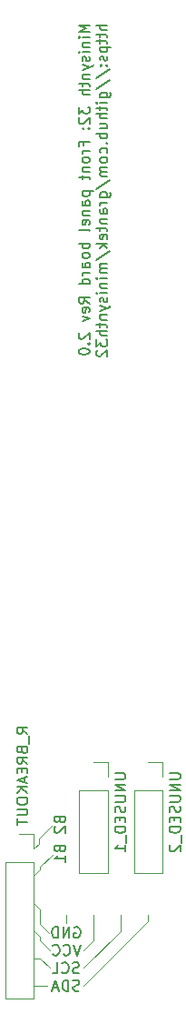
<source format=gbo>
%TF.GenerationSoftware,KiCad,Pcbnew,5.99.0+really5.1.10+dfsg1-1*%
%TF.CreationDate,2021-08-22T14:43:38+10:00*%
%TF.ProjectId,minisynth32,6d696e69-7379-46e7-9468-33322e6b6963,1.1-2.0*%
%TF.SameCoordinates,Original*%
%TF.FileFunction,Legend,Bot*%
%TF.FilePolarity,Positive*%
%FSLAX46Y46*%
G04 Gerber Fmt 4.6, Leading zero omitted, Abs format (unit mm)*
G04 Created by KiCad (PCBNEW 5.99.0+really5.1.10+dfsg1-1) date 2021-08-22 14:43:38*
%MOMM*%
%LPD*%
G01*
G04 APERTURE LIST*
%ADD10C,0.120000*%
%ADD11C,0.150000*%
%ADD12O,1.700000X1.700000*%
%ADD13R,1.700000X1.700000*%
%ADD14C,1.700000*%
%ADD15C,3.200000*%
G04 APERTURE END LIST*
D10*
X116000000Y-128400000D02*
X116000000Y-127635000D01*
X113411000Y-121031000D02*
X113030000Y-121412000D01*
X113411000Y-120523000D02*
X113411000Y-121031000D01*
X114681000Y-119253000D02*
X113411000Y-120523000D01*
X113538000Y-123190000D02*
X114681000Y-122047000D01*
X113538000Y-123444000D02*
X113538000Y-123190000D01*
X113030000Y-123952000D02*
X113538000Y-123444000D01*
X113030000Y-126619000D02*
X113538000Y-127127000D01*
X113538000Y-128524000D02*
X113538000Y-127127000D01*
X113538000Y-129667000D02*
X113538000Y-130048000D01*
X113030000Y-129159000D02*
X113538000Y-129667000D01*
X113538000Y-131699000D02*
X113030000Y-131699000D01*
X123571000Y-128270000D02*
X123571000Y-127635000D01*
X117602000Y-134239000D02*
X123571000Y-128270000D01*
X121031000Y-129159000D02*
X121031000Y-127635000D01*
X117602000Y-132588000D02*
X121031000Y-129159000D01*
X118491000Y-130048000D02*
X118491000Y-127635000D01*
X117602000Y-130937000D02*
X118491000Y-130048000D01*
D11*
X118127380Y-44835595D02*
X117127380Y-44835595D01*
X117841666Y-45168928D01*
X117127380Y-45502261D01*
X118127380Y-45502261D01*
X118127380Y-45978452D02*
X117460714Y-45978452D01*
X117127380Y-45978452D02*
X117175000Y-45930833D01*
X117222619Y-45978452D01*
X117175000Y-46026071D01*
X117127380Y-45978452D01*
X117222619Y-45978452D01*
X117460714Y-46454642D02*
X118127380Y-46454642D01*
X117555952Y-46454642D02*
X117508333Y-46502261D01*
X117460714Y-46597500D01*
X117460714Y-46740357D01*
X117508333Y-46835595D01*
X117603571Y-46883214D01*
X118127380Y-46883214D01*
X118127380Y-47359404D02*
X117460714Y-47359404D01*
X117127380Y-47359404D02*
X117175000Y-47311785D01*
X117222619Y-47359404D01*
X117175000Y-47407023D01*
X117127380Y-47359404D01*
X117222619Y-47359404D01*
X118079761Y-47787976D02*
X118127380Y-47883214D01*
X118127380Y-48073690D01*
X118079761Y-48168928D01*
X117984523Y-48216547D01*
X117936904Y-48216547D01*
X117841666Y-48168928D01*
X117794047Y-48073690D01*
X117794047Y-47930833D01*
X117746428Y-47835595D01*
X117651190Y-47787976D01*
X117603571Y-47787976D01*
X117508333Y-47835595D01*
X117460714Y-47930833D01*
X117460714Y-48073690D01*
X117508333Y-48168928D01*
X117460714Y-48549880D02*
X118127380Y-48787976D01*
X117460714Y-49026071D02*
X118127380Y-48787976D01*
X118365476Y-48692738D01*
X118413095Y-48645119D01*
X118460714Y-48549880D01*
X117460714Y-49407023D02*
X118127380Y-49407023D01*
X117555952Y-49407023D02*
X117508333Y-49454642D01*
X117460714Y-49549880D01*
X117460714Y-49692738D01*
X117508333Y-49787976D01*
X117603571Y-49835595D01*
X118127380Y-49835595D01*
X117460714Y-50168928D02*
X117460714Y-50549880D01*
X117127380Y-50311785D02*
X117984523Y-50311785D01*
X118079761Y-50359404D01*
X118127380Y-50454642D01*
X118127380Y-50549880D01*
X118127380Y-50883214D02*
X117127380Y-50883214D01*
X118127380Y-51311785D02*
X117603571Y-51311785D01*
X117508333Y-51264166D01*
X117460714Y-51168928D01*
X117460714Y-51026071D01*
X117508333Y-50930833D01*
X117555952Y-50883214D01*
X117127380Y-52454642D02*
X117127380Y-53073690D01*
X117508333Y-52740357D01*
X117508333Y-52883214D01*
X117555952Y-52978452D01*
X117603571Y-53026071D01*
X117698809Y-53073690D01*
X117936904Y-53073690D01*
X118032142Y-53026071D01*
X118079761Y-52978452D01*
X118127380Y-52883214D01*
X118127380Y-52597500D01*
X118079761Y-52502261D01*
X118032142Y-52454642D01*
X117222619Y-53454642D02*
X117175000Y-53502261D01*
X117127380Y-53597500D01*
X117127380Y-53835595D01*
X117175000Y-53930833D01*
X117222619Y-53978452D01*
X117317857Y-54026071D01*
X117413095Y-54026071D01*
X117555952Y-53978452D01*
X118127380Y-53407023D01*
X118127380Y-54026071D01*
X118032142Y-54454642D02*
X118079761Y-54502261D01*
X118127380Y-54454642D01*
X118079761Y-54407023D01*
X118032142Y-54454642D01*
X118127380Y-54454642D01*
X117508333Y-54454642D02*
X117555952Y-54502261D01*
X117603571Y-54454642D01*
X117555952Y-54407023D01*
X117508333Y-54454642D01*
X117603571Y-54454642D01*
X117603571Y-56026071D02*
X117603571Y-55692738D01*
X118127380Y-55692738D02*
X117127380Y-55692738D01*
X117127380Y-56168928D01*
X118127380Y-56549880D02*
X117460714Y-56549880D01*
X117651190Y-56549880D02*
X117555952Y-56597500D01*
X117508333Y-56645119D01*
X117460714Y-56740357D01*
X117460714Y-56835595D01*
X118127380Y-57311785D02*
X118079761Y-57216547D01*
X118032142Y-57168928D01*
X117936904Y-57121309D01*
X117651190Y-57121309D01*
X117555952Y-57168928D01*
X117508333Y-57216547D01*
X117460714Y-57311785D01*
X117460714Y-57454642D01*
X117508333Y-57549880D01*
X117555952Y-57597500D01*
X117651190Y-57645119D01*
X117936904Y-57645119D01*
X118032142Y-57597500D01*
X118079761Y-57549880D01*
X118127380Y-57454642D01*
X118127380Y-57311785D01*
X117460714Y-58073690D02*
X118127380Y-58073690D01*
X117555952Y-58073690D02*
X117508333Y-58121309D01*
X117460714Y-58216547D01*
X117460714Y-58359404D01*
X117508333Y-58454642D01*
X117603571Y-58502261D01*
X118127380Y-58502261D01*
X117460714Y-58835595D02*
X117460714Y-59216547D01*
X117127380Y-58978452D02*
X117984523Y-58978452D01*
X118079761Y-59026071D01*
X118127380Y-59121309D01*
X118127380Y-59216547D01*
X117460714Y-60311785D02*
X118460714Y-60311785D01*
X117508333Y-60311785D02*
X117460714Y-60407023D01*
X117460714Y-60597499D01*
X117508333Y-60692738D01*
X117555952Y-60740357D01*
X117651190Y-60787976D01*
X117936904Y-60787976D01*
X118032142Y-60740357D01*
X118079761Y-60692738D01*
X118127380Y-60597499D01*
X118127380Y-60407023D01*
X118079761Y-60311785D01*
X118127380Y-61645119D02*
X117603571Y-61645119D01*
X117508333Y-61597499D01*
X117460714Y-61502261D01*
X117460714Y-61311785D01*
X117508333Y-61216547D01*
X118079761Y-61645119D02*
X118127380Y-61549880D01*
X118127380Y-61311785D01*
X118079761Y-61216547D01*
X117984523Y-61168928D01*
X117889285Y-61168928D01*
X117794047Y-61216547D01*
X117746428Y-61311785D01*
X117746428Y-61549880D01*
X117698809Y-61645119D01*
X117460714Y-62121309D02*
X118127380Y-62121309D01*
X117555952Y-62121309D02*
X117508333Y-62168928D01*
X117460714Y-62264166D01*
X117460714Y-62407023D01*
X117508333Y-62502261D01*
X117603571Y-62549880D01*
X118127380Y-62549880D01*
X118079761Y-63407023D02*
X118127380Y-63311785D01*
X118127380Y-63121309D01*
X118079761Y-63026071D01*
X117984523Y-62978452D01*
X117603571Y-62978452D01*
X117508333Y-63026071D01*
X117460714Y-63121309D01*
X117460714Y-63311785D01*
X117508333Y-63407023D01*
X117603571Y-63454642D01*
X117698809Y-63454642D01*
X117794047Y-62978452D01*
X118127380Y-64026071D02*
X118079761Y-63930833D01*
X117984523Y-63883214D01*
X117127380Y-63883214D01*
X118127380Y-65168928D02*
X117127380Y-65168928D01*
X117508333Y-65168928D02*
X117460714Y-65264166D01*
X117460714Y-65454642D01*
X117508333Y-65549880D01*
X117555952Y-65597499D01*
X117651190Y-65645119D01*
X117936904Y-65645119D01*
X118032142Y-65597499D01*
X118079761Y-65549880D01*
X118127380Y-65454642D01*
X118127380Y-65264166D01*
X118079761Y-65168928D01*
X118127380Y-66216547D02*
X118079761Y-66121309D01*
X118032142Y-66073690D01*
X117936904Y-66026071D01*
X117651190Y-66026071D01*
X117555952Y-66073690D01*
X117508333Y-66121309D01*
X117460714Y-66216547D01*
X117460714Y-66359404D01*
X117508333Y-66454642D01*
X117555952Y-66502261D01*
X117651190Y-66549880D01*
X117936904Y-66549880D01*
X118032142Y-66502261D01*
X118079761Y-66454642D01*
X118127380Y-66359404D01*
X118127380Y-66216547D01*
X118127380Y-67407023D02*
X117603571Y-67407023D01*
X117508333Y-67359404D01*
X117460714Y-67264166D01*
X117460714Y-67073690D01*
X117508333Y-66978452D01*
X118079761Y-67407023D02*
X118127380Y-67311785D01*
X118127380Y-67073690D01*
X118079761Y-66978452D01*
X117984523Y-66930833D01*
X117889285Y-66930833D01*
X117794047Y-66978452D01*
X117746428Y-67073690D01*
X117746428Y-67311785D01*
X117698809Y-67407023D01*
X118127380Y-67883214D02*
X117460714Y-67883214D01*
X117651190Y-67883214D02*
X117555952Y-67930833D01*
X117508333Y-67978452D01*
X117460714Y-68073690D01*
X117460714Y-68168928D01*
X118127380Y-68930833D02*
X117127380Y-68930833D01*
X118079761Y-68930833D02*
X118127380Y-68835595D01*
X118127380Y-68645119D01*
X118079761Y-68549880D01*
X118032142Y-68502261D01*
X117936904Y-68454642D01*
X117651190Y-68454642D01*
X117555952Y-68502261D01*
X117508333Y-68549880D01*
X117460714Y-68645119D01*
X117460714Y-68835595D01*
X117508333Y-68930833D01*
X118127380Y-70740357D02*
X117651190Y-70407023D01*
X118127380Y-70168928D02*
X117127380Y-70168928D01*
X117127380Y-70549880D01*
X117175000Y-70645119D01*
X117222619Y-70692738D01*
X117317857Y-70740357D01*
X117460714Y-70740357D01*
X117555952Y-70692738D01*
X117603571Y-70645119D01*
X117651190Y-70549880D01*
X117651190Y-70168928D01*
X118079761Y-71549880D02*
X118127380Y-71454642D01*
X118127380Y-71264166D01*
X118079761Y-71168928D01*
X117984523Y-71121309D01*
X117603571Y-71121309D01*
X117508333Y-71168928D01*
X117460714Y-71264166D01*
X117460714Y-71454642D01*
X117508333Y-71549880D01*
X117603571Y-71597499D01*
X117698809Y-71597499D01*
X117794047Y-71121309D01*
X117460714Y-71930833D02*
X118127380Y-72168928D01*
X117460714Y-72407023D01*
X117222619Y-73502261D02*
X117175000Y-73549880D01*
X117127380Y-73645119D01*
X117127380Y-73883214D01*
X117175000Y-73978452D01*
X117222619Y-74026071D01*
X117317857Y-74073690D01*
X117413095Y-74073690D01*
X117555952Y-74026071D01*
X118127380Y-73454642D01*
X118127380Y-74073690D01*
X118032142Y-74502261D02*
X118079761Y-74549880D01*
X118127380Y-74502261D01*
X118079761Y-74454642D01*
X118032142Y-74502261D01*
X118127380Y-74502261D01*
X117127380Y-75168928D02*
X117127380Y-75264166D01*
X117175000Y-75359404D01*
X117222619Y-75407023D01*
X117317857Y-75454642D01*
X117508333Y-75502261D01*
X117746428Y-75502261D01*
X117936904Y-75454642D01*
X118032142Y-75407023D01*
X118079761Y-75359404D01*
X118127380Y-75264166D01*
X118127380Y-75168928D01*
X118079761Y-75073690D01*
X118032142Y-75026071D01*
X117936904Y-74978452D01*
X117746428Y-74930833D01*
X117508333Y-74930833D01*
X117317857Y-74978452D01*
X117222619Y-75026071D01*
X117175000Y-75073690D01*
X117127380Y-75168928D01*
X119777380Y-44835595D02*
X118777380Y-44835595D01*
X119777380Y-45264166D02*
X119253571Y-45264166D01*
X119158333Y-45216547D01*
X119110714Y-45121309D01*
X119110714Y-44978452D01*
X119158333Y-44883214D01*
X119205952Y-44835595D01*
X119110714Y-45597500D02*
X119110714Y-45978452D01*
X118777380Y-45740357D02*
X119634523Y-45740357D01*
X119729761Y-45787976D01*
X119777380Y-45883214D01*
X119777380Y-45978452D01*
X119110714Y-46168928D02*
X119110714Y-46549880D01*
X118777380Y-46311785D02*
X119634523Y-46311785D01*
X119729761Y-46359404D01*
X119777380Y-46454642D01*
X119777380Y-46549880D01*
X119110714Y-46883214D02*
X120110714Y-46883214D01*
X119158333Y-46883214D02*
X119110714Y-46978452D01*
X119110714Y-47168928D01*
X119158333Y-47264166D01*
X119205952Y-47311785D01*
X119301190Y-47359404D01*
X119586904Y-47359404D01*
X119682142Y-47311785D01*
X119729761Y-47264166D01*
X119777380Y-47168928D01*
X119777380Y-46978452D01*
X119729761Y-46883214D01*
X119729761Y-47740357D02*
X119777380Y-47835595D01*
X119777380Y-48026071D01*
X119729761Y-48121309D01*
X119634523Y-48168928D01*
X119586904Y-48168928D01*
X119491666Y-48121309D01*
X119444047Y-48026071D01*
X119444047Y-47883214D01*
X119396428Y-47787976D01*
X119301190Y-47740357D01*
X119253571Y-47740357D01*
X119158333Y-47787976D01*
X119110714Y-47883214D01*
X119110714Y-48026071D01*
X119158333Y-48121309D01*
X119682142Y-48597500D02*
X119729761Y-48645119D01*
X119777380Y-48597500D01*
X119729761Y-48549880D01*
X119682142Y-48597500D01*
X119777380Y-48597500D01*
X119158333Y-48597500D02*
X119205952Y-48645119D01*
X119253571Y-48597500D01*
X119205952Y-48549880D01*
X119158333Y-48597500D01*
X119253571Y-48597500D01*
X118729761Y-49787976D02*
X120015476Y-48930833D01*
X118729761Y-50835595D02*
X120015476Y-49978452D01*
X119110714Y-51597500D02*
X119920238Y-51597500D01*
X120015476Y-51549880D01*
X120063095Y-51502261D01*
X120110714Y-51407023D01*
X120110714Y-51264166D01*
X120063095Y-51168928D01*
X119729761Y-51597500D02*
X119777380Y-51502261D01*
X119777380Y-51311785D01*
X119729761Y-51216547D01*
X119682142Y-51168928D01*
X119586904Y-51121309D01*
X119301190Y-51121309D01*
X119205952Y-51168928D01*
X119158333Y-51216547D01*
X119110714Y-51311785D01*
X119110714Y-51502261D01*
X119158333Y-51597500D01*
X119777380Y-52073690D02*
X119110714Y-52073690D01*
X118777380Y-52073690D02*
X118825000Y-52026071D01*
X118872619Y-52073690D01*
X118825000Y-52121309D01*
X118777380Y-52073690D01*
X118872619Y-52073690D01*
X119110714Y-52407023D02*
X119110714Y-52787976D01*
X118777380Y-52549880D02*
X119634523Y-52549880D01*
X119729761Y-52597500D01*
X119777380Y-52692738D01*
X119777380Y-52787976D01*
X119777380Y-53121309D02*
X118777380Y-53121309D01*
X119777380Y-53549880D02*
X119253571Y-53549880D01*
X119158333Y-53502261D01*
X119110714Y-53407023D01*
X119110714Y-53264166D01*
X119158333Y-53168928D01*
X119205952Y-53121309D01*
X119110714Y-54454642D02*
X119777380Y-54454642D01*
X119110714Y-54026071D02*
X119634523Y-54026071D01*
X119729761Y-54073690D01*
X119777380Y-54168928D01*
X119777380Y-54311785D01*
X119729761Y-54407023D01*
X119682142Y-54454642D01*
X119777380Y-54930833D02*
X118777380Y-54930833D01*
X119158333Y-54930833D02*
X119110714Y-55026071D01*
X119110714Y-55216547D01*
X119158333Y-55311785D01*
X119205952Y-55359404D01*
X119301190Y-55407023D01*
X119586904Y-55407023D01*
X119682142Y-55359404D01*
X119729761Y-55311785D01*
X119777380Y-55216547D01*
X119777380Y-55026071D01*
X119729761Y-54930833D01*
X119682142Y-55835595D02*
X119729761Y-55883214D01*
X119777380Y-55835595D01*
X119729761Y-55787976D01*
X119682142Y-55835595D01*
X119777380Y-55835595D01*
X119729761Y-56740357D02*
X119777380Y-56645119D01*
X119777380Y-56454642D01*
X119729761Y-56359404D01*
X119682142Y-56311785D01*
X119586904Y-56264166D01*
X119301190Y-56264166D01*
X119205952Y-56311785D01*
X119158333Y-56359404D01*
X119110714Y-56454642D01*
X119110714Y-56645119D01*
X119158333Y-56740357D01*
X119777380Y-57311785D02*
X119729761Y-57216547D01*
X119682142Y-57168928D01*
X119586904Y-57121309D01*
X119301190Y-57121309D01*
X119205952Y-57168928D01*
X119158333Y-57216547D01*
X119110714Y-57311785D01*
X119110714Y-57454642D01*
X119158333Y-57549880D01*
X119205952Y-57597500D01*
X119301190Y-57645119D01*
X119586904Y-57645119D01*
X119682142Y-57597500D01*
X119729761Y-57549880D01*
X119777380Y-57454642D01*
X119777380Y-57311785D01*
X119777380Y-58073690D02*
X119110714Y-58073690D01*
X119205952Y-58073690D02*
X119158333Y-58121309D01*
X119110714Y-58216547D01*
X119110714Y-58359404D01*
X119158333Y-58454642D01*
X119253571Y-58502261D01*
X119777380Y-58502261D01*
X119253571Y-58502261D02*
X119158333Y-58549880D01*
X119110714Y-58645119D01*
X119110714Y-58787976D01*
X119158333Y-58883214D01*
X119253571Y-58930833D01*
X119777380Y-58930833D01*
X118729761Y-60121309D02*
X120015476Y-59264166D01*
X119110714Y-60883214D02*
X119920238Y-60883214D01*
X120015476Y-60835595D01*
X120063095Y-60787976D01*
X120110714Y-60692738D01*
X120110714Y-60549880D01*
X120063095Y-60454642D01*
X119729761Y-60883214D02*
X119777380Y-60787976D01*
X119777380Y-60597500D01*
X119729761Y-60502261D01*
X119682142Y-60454642D01*
X119586904Y-60407023D01*
X119301190Y-60407023D01*
X119205952Y-60454642D01*
X119158333Y-60502261D01*
X119110714Y-60597500D01*
X119110714Y-60787976D01*
X119158333Y-60883214D01*
X119777380Y-61359404D02*
X119110714Y-61359404D01*
X119301190Y-61359404D02*
X119205952Y-61407023D01*
X119158333Y-61454642D01*
X119110714Y-61549880D01*
X119110714Y-61645119D01*
X119777380Y-62407023D02*
X119253571Y-62407023D01*
X119158333Y-62359404D01*
X119110714Y-62264166D01*
X119110714Y-62073690D01*
X119158333Y-61978452D01*
X119729761Y-62407023D02*
X119777380Y-62311785D01*
X119777380Y-62073690D01*
X119729761Y-61978452D01*
X119634523Y-61930833D01*
X119539285Y-61930833D01*
X119444047Y-61978452D01*
X119396428Y-62073690D01*
X119396428Y-62311785D01*
X119348809Y-62407023D01*
X119110714Y-62883214D02*
X119777380Y-62883214D01*
X119205952Y-62883214D02*
X119158333Y-62930833D01*
X119110714Y-63026071D01*
X119110714Y-63168928D01*
X119158333Y-63264166D01*
X119253571Y-63311785D01*
X119777380Y-63311785D01*
X119110714Y-63645119D02*
X119110714Y-64026071D01*
X118777380Y-63787976D02*
X119634523Y-63787976D01*
X119729761Y-63835595D01*
X119777380Y-63930833D01*
X119777380Y-64026071D01*
X119729761Y-64740357D02*
X119777380Y-64645119D01*
X119777380Y-64454642D01*
X119729761Y-64359404D01*
X119634523Y-64311785D01*
X119253571Y-64311785D01*
X119158333Y-64359404D01*
X119110714Y-64454642D01*
X119110714Y-64645119D01*
X119158333Y-64740357D01*
X119253571Y-64787976D01*
X119348809Y-64787976D01*
X119444047Y-64311785D01*
X119777380Y-65216547D02*
X118777380Y-65216547D01*
X119396428Y-65311785D02*
X119777380Y-65597500D01*
X119110714Y-65597500D02*
X119491666Y-65216547D01*
X118729761Y-66740357D02*
X120015476Y-65883214D01*
X119777380Y-67073690D02*
X119110714Y-67073690D01*
X119205952Y-67073690D02*
X119158333Y-67121309D01*
X119110714Y-67216547D01*
X119110714Y-67359404D01*
X119158333Y-67454642D01*
X119253571Y-67502261D01*
X119777380Y-67502261D01*
X119253571Y-67502261D02*
X119158333Y-67549880D01*
X119110714Y-67645119D01*
X119110714Y-67787976D01*
X119158333Y-67883214D01*
X119253571Y-67930833D01*
X119777380Y-67930833D01*
X119777380Y-68407023D02*
X119110714Y-68407023D01*
X118777380Y-68407023D02*
X118825000Y-68359404D01*
X118872619Y-68407023D01*
X118825000Y-68454642D01*
X118777380Y-68407023D01*
X118872619Y-68407023D01*
X119110714Y-68883214D02*
X119777380Y-68883214D01*
X119205952Y-68883214D02*
X119158333Y-68930833D01*
X119110714Y-69026071D01*
X119110714Y-69168928D01*
X119158333Y-69264166D01*
X119253571Y-69311785D01*
X119777380Y-69311785D01*
X119777380Y-69787976D02*
X119110714Y-69787976D01*
X118777380Y-69787976D02*
X118825000Y-69740357D01*
X118872619Y-69787976D01*
X118825000Y-69835595D01*
X118777380Y-69787976D01*
X118872619Y-69787976D01*
X119729761Y-70216547D02*
X119777380Y-70311785D01*
X119777380Y-70502261D01*
X119729761Y-70597500D01*
X119634523Y-70645119D01*
X119586904Y-70645119D01*
X119491666Y-70597500D01*
X119444047Y-70502261D01*
X119444047Y-70359404D01*
X119396428Y-70264166D01*
X119301190Y-70216547D01*
X119253571Y-70216547D01*
X119158333Y-70264166D01*
X119110714Y-70359404D01*
X119110714Y-70502261D01*
X119158333Y-70597500D01*
X119110714Y-70978452D02*
X119777380Y-71216547D01*
X119110714Y-71454642D02*
X119777380Y-71216547D01*
X120015476Y-71121309D01*
X120063095Y-71073690D01*
X120110714Y-70978452D01*
X119110714Y-71835595D02*
X119777380Y-71835595D01*
X119205952Y-71835595D02*
X119158333Y-71883214D01*
X119110714Y-71978452D01*
X119110714Y-72121309D01*
X119158333Y-72216547D01*
X119253571Y-72264166D01*
X119777380Y-72264166D01*
X119110714Y-72597500D02*
X119110714Y-72978452D01*
X118777380Y-72740357D02*
X119634523Y-72740357D01*
X119729761Y-72787976D01*
X119777380Y-72883214D01*
X119777380Y-72978452D01*
X119777380Y-73311785D02*
X118777380Y-73311785D01*
X119777380Y-73740357D02*
X119253571Y-73740357D01*
X119158333Y-73692738D01*
X119110714Y-73597500D01*
X119110714Y-73454642D01*
X119158333Y-73359404D01*
X119205952Y-73311785D01*
X118777380Y-74121309D02*
X118777380Y-74740357D01*
X119158333Y-74407023D01*
X119158333Y-74549880D01*
X119205952Y-74645119D01*
X119253571Y-74692738D01*
X119348809Y-74740357D01*
X119586904Y-74740357D01*
X119682142Y-74692738D01*
X119729761Y-74645119D01*
X119777380Y-74549880D01*
X119777380Y-74264166D01*
X119729761Y-74168928D01*
X119682142Y-74121309D01*
X118872619Y-75121309D02*
X118825000Y-75168928D01*
X118777380Y-75264166D01*
X118777380Y-75502261D01*
X118825000Y-75597500D01*
X118872619Y-75645119D01*
X118967857Y-75692738D01*
X119063095Y-75692738D01*
X119205952Y-75645119D01*
X119777380Y-75073690D01*
X119777380Y-75692738D01*
D10*
X114378000Y-129350000D02*
X113538000Y-128524000D01*
X114427000Y-130937000D02*
X113538000Y-130048000D01*
X114427000Y-132588000D02*
X113538000Y-131699000D01*
X114173000Y-134239000D02*
X112903000Y-134239000D01*
D11*
X116712904Y-128851000D02*
X116808142Y-128803380D01*
X116951000Y-128803380D01*
X117093857Y-128851000D01*
X117189095Y-128946238D01*
X117236714Y-129041476D01*
X117284333Y-129231952D01*
X117284333Y-129374809D01*
X117236714Y-129565285D01*
X117189095Y-129660523D01*
X117093857Y-129755761D01*
X116951000Y-129803380D01*
X116855761Y-129803380D01*
X116712904Y-129755761D01*
X116665285Y-129708142D01*
X116665285Y-129374809D01*
X116855761Y-129374809D01*
X116236714Y-129803380D02*
X116236714Y-128803380D01*
X115665285Y-129803380D01*
X115665285Y-128803380D01*
X115189095Y-129803380D02*
X115189095Y-128803380D01*
X114951000Y-128803380D01*
X114808142Y-128851000D01*
X114712904Y-128946238D01*
X114665285Y-129041476D01*
X114617666Y-129231952D01*
X114617666Y-129374809D01*
X114665285Y-129565285D01*
X114712904Y-129660523D01*
X114808142Y-129755761D01*
X114951000Y-129803380D01*
X115189095Y-129803380D01*
X117284333Y-130453380D02*
X116951000Y-131453380D01*
X116617666Y-130453380D01*
X115712904Y-131358142D02*
X115760523Y-131405761D01*
X115903380Y-131453380D01*
X115998619Y-131453380D01*
X116141476Y-131405761D01*
X116236714Y-131310523D01*
X116284333Y-131215285D01*
X116331952Y-131024809D01*
X116331952Y-130881952D01*
X116284333Y-130691476D01*
X116236714Y-130596238D01*
X116141476Y-130501000D01*
X115998619Y-130453380D01*
X115903380Y-130453380D01*
X115760523Y-130501000D01*
X115712904Y-130548619D01*
X114712904Y-131358142D02*
X114760523Y-131405761D01*
X114903380Y-131453380D01*
X114998619Y-131453380D01*
X115141476Y-131405761D01*
X115236714Y-131310523D01*
X115284333Y-131215285D01*
X115331952Y-131024809D01*
X115331952Y-130881952D01*
X115284333Y-130691476D01*
X115236714Y-130596238D01*
X115141476Y-130501000D01*
X114998619Y-130453380D01*
X114903380Y-130453380D01*
X114760523Y-130501000D01*
X114712904Y-130548619D01*
X117141476Y-133055761D02*
X116998619Y-133103380D01*
X116760523Y-133103380D01*
X116665285Y-133055761D01*
X116617666Y-133008142D01*
X116570047Y-132912904D01*
X116570047Y-132817666D01*
X116617666Y-132722428D01*
X116665285Y-132674809D01*
X116760523Y-132627190D01*
X116951000Y-132579571D01*
X117046238Y-132531952D01*
X117093857Y-132484333D01*
X117141476Y-132389095D01*
X117141476Y-132293857D01*
X117093857Y-132198619D01*
X117046238Y-132151000D01*
X116951000Y-132103380D01*
X116712904Y-132103380D01*
X116570047Y-132151000D01*
X115570047Y-133008142D02*
X115617666Y-133055761D01*
X115760523Y-133103380D01*
X115855761Y-133103380D01*
X115998619Y-133055761D01*
X116093857Y-132960523D01*
X116141476Y-132865285D01*
X116189095Y-132674809D01*
X116189095Y-132531952D01*
X116141476Y-132341476D01*
X116093857Y-132246238D01*
X115998619Y-132151000D01*
X115855761Y-132103380D01*
X115760523Y-132103380D01*
X115617666Y-132151000D01*
X115570047Y-132198619D01*
X114665285Y-133103380D02*
X115141476Y-133103380D01*
X115141476Y-132103380D01*
X117165285Y-134705761D02*
X117022428Y-134753380D01*
X116784333Y-134753380D01*
X116689095Y-134705761D01*
X116641476Y-134658142D01*
X116593857Y-134562904D01*
X116593857Y-134467666D01*
X116641476Y-134372428D01*
X116689095Y-134324809D01*
X116784333Y-134277190D01*
X116974809Y-134229571D01*
X117070047Y-134181952D01*
X117117666Y-134134333D01*
X117165285Y-134039095D01*
X117165285Y-133943857D01*
X117117666Y-133848619D01*
X117070047Y-133801000D01*
X116974809Y-133753380D01*
X116736714Y-133753380D01*
X116593857Y-133801000D01*
X116165285Y-134753380D02*
X116165285Y-133753380D01*
X115927190Y-133753380D01*
X115784333Y-133801000D01*
X115689095Y-133896238D01*
X115641476Y-133991476D01*
X115593857Y-134181952D01*
X115593857Y-134324809D01*
X115641476Y-134515285D01*
X115689095Y-134610523D01*
X115784333Y-134705761D01*
X115927190Y-134753380D01*
X116165285Y-134753380D01*
X115212904Y-134467666D02*
X114736714Y-134467666D01*
X115308142Y-134753380D02*
X114974809Y-133753380D01*
X114641476Y-134753380D01*
X115328571Y-118838095D02*
X115376190Y-118980952D01*
X115423809Y-119028571D01*
X115519047Y-119076190D01*
X115661904Y-119076190D01*
X115757142Y-119028571D01*
X115804761Y-118980952D01*
X115852380Y-118885714D01*
X115852380Y-118504761D01*
X114852380Y-118504761D01*
X114852380Y-118838095D01*
X114900000Y-118933333D01*
X114947619Y-118980952D01*
X115042857Y-119028571D01*
X115138095Y-119028571D01*
X115233333Y-118980952D01*
X115280952Y-118933333D01*
X115328571Y-118838095D01*
X115328571Y-118504761D01*
X114947619Y-119457142D02*
X114900000Y-119504761D01*
X114852380Y-119600000D01*
X114852380Y-119838095D01*
X114900000Y-119933333D01*
X114947619Y-119980952D01*
X115042857Y-120028571D01*
X115138095Y-120028571D01*
X115280952Y-119980952D01*
X115852380Y-119409523D01*
X115852380Y-120028571D01*
X115328571Y-121552380D02*
X115376190Y-121695238D01*
X115423809Y-121742857D01*
X115519047Y-121790476D01*
X115661904Y-121790476D01*
X115757142Y-121742857D01*
X115804761Y-121695238D01*
X115852380Y-121600000D01*
X115852380Y-121219047D01*
X114852380Y-121219047D01*
X114852380Y-121552380D01*
X114900000Y-121647619D01*
X114947619Y-121695238D01*
X115042857Y-121742857D01*
X115138095Y-121742857D01*
X115233333Y-121695238D01*
X115280952Y-121647619D01*
X115328571Y-121552380D01*
X115328571Y-121219047D01*
X115852380Y-122742857D02*
X115852380Y-122171428D01*
X115852380Y-122457142D02*
X114852380Y-122457142D01*
X114995238Y-122361904D01*
X115090476Y-122266666D01*
X115138095Y-122171428D01*
D10*
%TO.C,J9*%
X119830000Y-123750000D02*
X117170000Y-123750000D01*
X119830000Y-116070000D02*
X119830000Y-123750000D01*
X117170000Y-116070000D02*
X117170000Y-123750000D01*
X119830000Y-116070000D02*
X117170000Y-116070000D01*
X119830000Y-114800000D02*
X119830000Y-113470000D01*
X119830000Y-113470000D02*
X118500000Y-113470000D01*
%TO.C,J8*%
X124930000Y-123750000D02*
X122270000Y-123750000D01*
X124930000Y-116070000D02*
X124930000Y-123750000D01*
X122270000Y-116070000D02*
X122270000Y-123750000D01*
X124930000Y-116070000D02*
X122270000Y-116070000D01*
X124930000Y-114800000D02*
X124930000Y-113470000D01*
X124930000Y-113470000D02*
X123600000Y-113470000D01*
%TO.C,J6*%
X112914000Y-135506000D02*
X110254000Y-135506000D01*
X112914000Y-122746000D02*
X112914000Y-135506000D01*
X110254000Y-122746000D02*
X110254000Y-135506000D01*
X112914000Y-122746000D02*
X110254000Y-122746000D01*
X112914000Y-121476000D02*
X112914000Y-120146000D01*
X112914000Y-120146000D02*
X111584000Y-120146000D01*
%TO.C,J9*%
D11*
X120492380Y-114482952D02*
X121301904Y-114482952D01*
X121397142Y-114530571D01*
X121444761Y-114578190D01*
X121492380Y-114673428D01*
X121492380Y-114863904D01*
X121444761Y-114959142D01*
X121397142Y-115006761D01*
X121301904Y-115054380D01*
X120492380Y-115054380D01*
X121492380Y-115530571D02*
X120492380Y-115530571D01*
X121492380Y-116102000D01*
X120492380Y-116102000D01*
X120492380Y-116578190D02*
X121301904Y-116578190D01*
X121397142Y-116625809D01*
X121444761Y-116673428D01*
X121492380Y-116768666D01*
X121492380Y-116959142D01*
X121444761Y-117054380D01*
X121397142Y-117102000D01*
X121301904Y-117149619D01*
X120492380Y-117149619D01*
X121444761Y-117578190D02*
X121492380Y-117721047D01*
X121492380Y-117959142D01*
X121444761Y-118054380D01*
X121397142Y-118102000D01*
X121301904Y-118149619D01*
X121206666Y-118149619D01*
X121111428Y-118102000D01*
X121063809Y-118054380D01*
X121016190Y-117959142D01*
X120968571Y-117768666D01*
X120920952Y-117673428D01*
X120873333Y-117625809D01*
X120778095Y-117578190D01*
X120682857Y-117578190D01*
X120587619Y-117625809D01*
X120540000Y-117673428D01*
X120492380Y-117768666D01*
X120492380Y-118006761D01*
X120540000Y-118149619D01*
X120968571Y-118578190D02*
X120968571Y-118911523D01*
X121492380Y-119054380D02*
X121492380Y-118578190D01*
X120492380Y-118578190D01*
X120492380Y-119054380D01*
X121492380Y-119482952D02*
X120492380Y-119482952D01*
X120492380Y-119721047D01*
X120540000Y-119863904D01*
X120635238Y-119959142D01*
X120730476Y-120006761D01*
X120920952Y-120054380D01*
X121063809Y-120054380D01*
X121254285Y-120006761D01*
X121349523Y-119959142D01*
X121444761Y-119863904D01*
X121492380Y-119721047D01*
X121492380Y-119482952D01*
X121587619Y-120244857D02*
X121587619Y-121006761D01*
X121492380Y-121768666D02*
X121492380Y-121197238D01*
X121492380Y-121482952D02*
X120492380Y-121482952D01*
X120635238Y-121387714D01*
X120730476Y-121292476D01*
X120778095Y-121197238D01*
%TO.C,J8*%
X125592380Y-114482952D02*
X126401904Y-114482952D01*
X126497142Y-114530571D01*
X126544761Y-114578190D01*
X126592380Y-114673428D01*
X126592380Y-114863904D01*
X126544761Y-114959142D01*
X126497142Y-115006761D01*
X126401904Y-115054380D01*
X125592380Y-115054380D01*
X126592380Y-115530571D02*
X125592380Y-115530571D01*
X126592380Y-116102000D01*
X125592380Y-116102000D01*
X125592380Y-116578190D02*
X126401904Y-116578190D01*
X126497142Y-116625809D01*
X126544761Y-116673428D01*
X126592380Y-116768666D01*
X126592380Y-116959142D01*
X126544761Y-117054380D01*
X126497142Y-117102000D01*
X126401904Y-117149619D01*
X125592380Y-117149619D01*
X126544761Y-117578190D02*
X126592380Y-117721047D01*
X126592380Y-117959142D01*
X126544761Y-118054380D01*
X126497142Y-118102000D01*
X126401904Y-118149619D01*
X126306666Y-118149619D01*
X126211428Y-118102000D01*
X126163809Y-118054380D01*
X126116190Y-117959142D01*
X126068571Y-117768666D01*
X126020952Y-117673428D01*
X125973333Y-117625809D01*
X125878095Y-117578190D01*
X125782857Y-117578190D01*
X125687619Y-117625809D01*
X125640000Y-117673428D01*
X125592380Y-117768666D01*
X125592380Y-118006761D01*
X125640000Y-118149619D01*
X126068571Y-118578190D02*
X126068571Y-118911523D01*
X126592380Y-119054380D02*
X126592380Y-118578190D01*
X125592380Y-118578190D01*
X125592380Y-119054380D01*
X126592380Y-119482952D02*
X125592380Y-119482952D01*
X125592380Y-119721047D01*
X125640000Y-119863904D01*
X125735238Y-119959142D01*
X125830476Y-120006761D01*
X126020952Y-120054380D01*
X126163809Y-120054380D01*
X126354285Y-120006761D01*
X126449523Y-119959142D01*
X126544761Y-119863904D01*
X126592380Y-119721047D01*
X126592380Y-119482952D01*
X126687619Y-120244857D02*
X126687619Y-121006761D01*
X125687619Y-121197238D02*
X125640000Y-121244857D01*
X125592380Y-121340095D01*
X125592380Y-121578190D01*
X125640000Y-121673428D01*
X125687619Y-121721047D01*
X125782857Y-121768666D01*
X125878095Y-121768666D01*
X126020952Y-121721047D01*
X126592380Y-121149619D01*
X126592380Y-121768666D01*
%TO.C,J6*%
X112352380Y-110819047D02*
X111876190Y-110485714D01*
X112352380Y-110247619D02*
X111352380Y-110247619D01*
X111352380Y-110628571D01*
X111400000Y-110723809D01*
X111447619Y-110771428D01*
X111542857Y-110819047D01*
X111685714Y-110819047D01*
X111780952Y-110771428D01*
X111828571Y-110723809D01*
X111876190Y-110628571D01*
X111876190Y-110247619D01*
X112447619Y-111009523D02*
X112447619Y-111771428D01*
X111828571Y-112342857D02*
X111876190Y-112485714D01*
X111923809Y-112533333D01*
X112019047Y-112580952D01*
X112161904Y-112580952D01*
X112257142Y-112533333D01*
X112304761Y-112485714D01*
X112352380Y-112390476D01*
X112352380Y-112009523D01*
X111352380Y-112009523D01*
X111352380Y-112342857D01*
X111400000Y-112438095D01*
X111447619Y-112485714D01*
X111542857Y-112533333D01*
X111638095Y-112533333D01*
X111733333Y-112485714D01*
X111780952Y-112438095D01*
X111828571Y-112342857D01*
X111828571Y-112009523D01*
X112352380Y-113580952D02*
X111876190Y-113247619D01*
X112352380Y-113009523D02*
X111352380Y-113009523D01*
X111352380Y-113390476D01*
X111400000Y-113485714D01*
X111447619Y-113533333D01*
X111542857Y-113580952D01*
X111685714Y-113580952D01*
X111780952Y-113533333D01*
X111828571Y-113485714D01*
X111876190Y-113390476D01*
X111876190Y-113009523D01*
X111828571Y-114009523D02*
X111828571Y-114342857D01*
X112352380Y-114485714D02*
X112352380Y-114009523D01*
X111352380Y-114009523D01*
X111352380Y-114485714D01*
X112066666Y-114866666D02*
X112066666Y-115342857D01*
X112352380Y-114771428D02*
X111352380Y-115104761D01*
X112352380Y-115438095D01*
X112352380Y-115771428D02*
X111352380Y-115771428D01*
X112352380Y-116342857D02*
X111780952Y-115914285D01*
X111352380Y-116342857D02*
X111923809Y-115771428D01*
X111352380Y-116961904D02*
X111352380Y-117152380D01*
X111400000Y-117247619D01*
X111495238Y-117342857D01*
X111685714Y-117390476D01*
X112019047Y-117390476D01*
X112209523Y-117342857D01*
X112304761Y-117247619D01*
X112352380Y-117152380D01*
X112352380Y-116961904D01*
X112304761Y-116866666D01*
X112209523Y-116771428D01*
X112019047Y-116723809D01*
X111685714Y-116723809D01*
X111495238Y-116771428D01*
X111400000Y-116866666D01*
X111352380Y-116961904D01*
X111352380Y-117819047D02*
X112161904Y-117819047D01*
X112257142Y-117866666D01*
X112304761Y-117914285D01*
X112352380Y-118009523D01*
X112352380Y-118200000D01*
X112304761Y-118295238D01*
X112257142Y-118342857D01*
X112161904Y-118390476D01*
X111352380Y-118390476D01*
X111352380Y-118723809D02*
X111352380Y-119295238D01*
X112352380Y-119009523D02*
X111352380Y-119009523D01*
%TD*%
%LPC*%
D12*
%TO.C,J9*%
X118500000Y-122420000D03*
X118500000Y-119880000D03*
X118500000Y-117340000D03*
D13*
X118500000Y-114800000D03*
%TD*%
D12*
%TO.C,J8*%
X123600000Y-122420000D03*
X123600000Y-119880000D03*
X123600000Y-117340000D03*
D13*
X123600000Y-114800000D03*
%TD*%
D14*
%TO.C,SW10*%
X124500000Y-79800000D03*
X119500000Y-79800000D03*
%TD*%
%TO.C,SW9*%
X122000000Y-90300000D03*
X122000000Y-85300000D03*
%TD*%
%TO.C,SW8*%
X124500000Y-95800000D03*
X119500000Y-95800000D03*
%TD*%
%TO.C,SW7*%
X115000000Y-82300000D03*
X115000000Y-77300000D03*
%TD*%
%TO.C,SW6*%
X112500000Y-87800000D03*
X117500000Y-87800000D03*
%TD*%
%TO.C,SW5*%
X115000000Y-98300000D03*
X115000000Y-93300000D03*
%TD*%
%TO.C,SW4*%
X122000000Y-56300000D03*
X122000000Y-51300000D03*
%TD*%
%TO.C,SW3*%
X115000000Y-56300000D03*
X115000000Y-51300000D03*
%TD*%
%TO.C,SW2*%
X122000000Y-70300000D03*
X122000000Y-65300000D03*
%TD*%
%TO.C,SW1*%
X115000000Y-70300000D03*
X115000000Y-65300000D03*
%TD*%
D12*
%TO.C,J7*%
X123610000Y-126336000D03*
X121070000Y-126336000D03*
X118530000Y-126336000D03*
D13*
X115990000Y-126336000D03*
%TD*%
D12*
%TO.C,J6*%
X111584000Y-134176000D03*
X111584000Y-131636000D03*
X111584000Y-129096000D03*
X111584000Y-126556000D03*
X111584000Y-124016000D03*
D13*
X111584000Y-121476000D03*
%TD*%
D15*
%TO.C,REF\u002A\u002A*%
X118500000Y-109300000D03*
%TD*%
M02*

</source>
